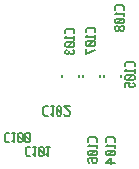
<source format=gbr>
G04 start of page 9 for group -4078 idx -4078 *
G04 Title: encoder, bottomsilk *
G04 Creator: pcb 20140316 *
G04 CreationDate: Mon 25 Sep 2017 03:55:45 AM GMT UTC *
G04 For: brian *
G04 Format: Gerber/RS-274X *
G04 PCB-Dimensions (mil): 1250.00 1300.00 *
G04 PCB-Coordinate-Origin: lower left *
%MOIN*%
%FSLAX25Y25*%
%LNBOTTOMSILK*%
%ADD56C,0.0080*%
G54D56*X77255Y64393D02*Y63607D01*
X71745Y64393D02*Y63607D01*
X70255Y64393D02*Y63607D01*
X64745Y64393D02*Y63607D01*
X63255Y64393D02*Y63607D01*
X57745Y64393D02*Y63607D01*
X78300Y85945D02*Y86933D01*
X77768Y87465D02*X78300Y86933D01*
X75792Y87465D02*X77768D01*
X75792D02*X75260Y86933D01*
Y85945D02*Y86933D01*
X75868Y85033D02*X75260Y84425D01*
X78300D01*
Y83893D02*Y85033D01*
X77920Y82981D02*X78300Y82601D01*
X75640Y82981D02*X77920D01*
X75640D02*X75260Y82601D01*
Y81841D02*Y82601D01*
Y81841D02*X75640Y81461D01*
X77920D01*
X78300Y81841D02*X77920Y81461D01*
X78300Y81841D02*Y82601D01*
X77540Y82981D02*X76020Y81461D01*
X77920Y80549D02*X78300Y80169D01*
X77312Y80549D02*X77920D01*
X77312D02*X76780Y80017D01*
Y79561D02*Y80017D01*
Y79561D02*X77312Y79029D01*
X77920D01*
X78300Y79409D02*X77920Y79029D01*
X78300Y79409D02*Y80169D01*
X76248Y80549D02*X76780Y80017D01*
X75640Y80549D02*X76248D01*
X75640D02*X75260Y80169D01*
Y79409D02*Y80169D01*
Y79409D02*X75640Y79029D01*
X76248D01*
X76780Y79561D02*X76248Y79029D01*
X75300Y41945D02*Y42933D01*
X74768Y43465D02*X75300Y42933D01*
X72792Y43465D02*X74768D01*
X72792D02*X72260Y42933D01*
Y41945D02*Y42933D01*
X72868Y41033D02*X72260Y40425D01*
X75300D01*
Y39893D02*Y41033D01*
X74920Y38981D02*X75300Y38601D01*
X72640Y38981D02*X74920D01*
X72640D02*X72260Y38601D01*
Y37841D02*Y38601D01*
Y37841D02*X72640Y37461D01*
X74920D01*
X75300Y37841D02*X74920Y37461D01*
X75300Y37841D02*Y38601D01*
X74540Y38981D02*X73020Y37461D01*
X74160Y36549D02*X72260Y35029D01*
X74160Y34649D02*Y36549D01*
X72260Y35029D02*X75300D01*
X69335Y41980D02*Y42968D01*
X68803Y43500D02*X69335Y42968D01*
X66827Y43500D02*X68803D01*
X66827D02*X66295Y42968D01*
Y41980D02*Y42968D01*
X66903Y41068D02*X66295Y40460D01*
X69335D01*
Y39928D02*Y41068D01*
X68955Y39016D02*X69335Y38636D01*
X66675Y39016D02*X68955D01*
X66675D02*X66295Y38636D01*
Y37876D02*Y38636D01*
Y37876D02*X66675Y37496D01*
X68955D01*
X69335Y37876D02*X68955Y37496D01*
X69335Y37876D02*Y38636D01*
X68575Y39016D02*X67055Y37496D01*
X66295Y35444D02*X66675Y35064D01*
X66295Y35444D02*Y36204D01*
X66675Y36584D02*X66295Y36204D01*
X66675Y36584D02*X68955D01*
X69335Y36204D01*
X67663Y35444D02*X68043Y35064D01*
X67663Y35444D02*Y36584D01*
X69335Y35444D02*Y36204D01*
Y35444D02*X68955Y35064D01*
X68043D02*X68955D01*
X68800Y78445D02*Y79433D01*
X68268Y79965D02*X68800Y79433D01*
X66292Y79965D02*X68268D01*
X66292D02*X65760Y79433D01*
Y78445D02*Y79433D01*
X66368Y77533D02*X65760Y76925D01*
X68800D01*
Y76393D02*Y77533D01*
X68420Y75481D02*X68800Y75101D01*
X66140Y75481D02*X68420D01*
X66140D02*X65760Y75101D01*
Y74341D02*Y75101D01*
Y74341D02*X66140Y73961D01*
X68420D01*
X68800Y74341D02*X68420Y73961D01*
X68800Y74341D02*Y75101D01*
X68040Y75481D02*X66520Y73961D01*
X68800Y72669D02*X65760Y71149D01*
Y73049D01*
X61859Y78095D02*Y79083D01*
X61327Y79615D02*X61859Y79083D01*
X59351Y79615D02*X61327D01*
X59351D02*X58819Y79083D01*
Y78095D02*Y79083D01*
X59427Y77183D02*X58819Y76575D01*
X61859D01*
Y76043D02*Y77183D01*
X61479Y75131D02*X61859Y74751D01*
X59199Y75131D02*X61479D01*
X59199D02*X58819Y74751D01*
Y73991D02*Y74751D01*
Y73991D02*X59199Y73611D01*
X61479D01*
X61859Y73991D02*X61479Y73611D01*
X61859Y73991D02*Y74751D01*
X61099Y75131D02*X59579Y73611D01*
X59199Y72699D02*X58819Y72319D01*
Y71559D02*Y72319D01*
Y71559D02*X59199Y71179D01*
X61859Y71559D02*X61479Y71179D01*
X61859Y71559D02*Y72319D01*
X61479Y72699D02*X61859Y72319D01*
X60187Y71559D02*Y72319D01*
X59199Y71179D02*X59807D01*
X60567D02*X61479D01*
X60567D02*X60187Y71559D01*
X59807Y71179D02*X60187Y71559D01*
X81891Y67095D02*Y68083D01*
X81359Y68615D02*X81891Y68083D01*
X79383Y68615D02*X81359D01*
X79383D02*X78851Y68083D01*
Y67095D02*Y68083D01*
X79459Y66183D02*X78851Y65575D01*
X81891D01*
Y65043D02*Y66183D01*
X81511Y64131D02*X81891Y63751D01*
X79231Y64131D02*X81511D01*
X79231D02*X78851Y63751D01*
Y62991D02*Y63751D01*
Y62991D02*X79231Y62611D01*
X81511D01*
X81891Y62991D02*X81511Y62611D01*
X81891Y62991D02*Y63751D01*
X81131Y64131D02*X79611Y62611D01*
X78851Y60179D02*Y61699D01*
X80371D01*
X79991Y61319D01*
Y60559D02*Y61319D01*
Y60559D02*X80371Y60179D01*
X81511D01*
X81891Y60559D02*X81511Y60179D01*
X81891Y60559D02*Y61319D01*
X81511Y61699D02*X81891Y61319D01*
X39067Y44800D02*X40055D01*
X38535Y44268D02*X39067Y44800D01*
X38535Y42292D02*Y44268D01*
Y42292D02*X39067Y41760D01*
X40055D01*
X40967Y42368D02*X41575Y41760D01*
Y44800D01*
X40967D02*X42107D01*
X43019Y44420D02*X43399Y44800D01*
X43019Y42140D02*Y44420D01*
Y42140D02*X43399Y41760D01*
X44159D01*
X44539Y42140D01*
Y44420D01*
X44159Y44800D02*X44539Y44420D01*
X43399Y44800D02*X44159D01*
X43019Y44040D02*X44539Y42520D01*
X45451Y44420D02*X45831Y44800D01*
X45451Y42140D02*Y44420D01*
Y42140D02*X45831Y41760D01*
X46591D01*
X46971Y42140D01*
Y44420D01*
X46591Y44800D02*X46971Y44420D01*
X45831Y44800D02*X46591D01*
X45451Y44040D02*X46971Y42520D01*
X46067Y40300D02*X47055D01*
X45535Y39768D02*X46067Y40300D01*
X45535Y37792D02*Y39768D01*
Y37792D02*X46067Y37260D01*
X47055D01*
X47967Y37868D02*X48575Y37260D01*
Y40300D01*
X47967D02*X49107D01*
X50019Y39920D02*X50399Y40300D01*
X50019Y37640D02*Y39920D01*
Y37640D02*X50399Y37260D01*
X51159D01*
X51539Y37640D01*
Y39920D01*
X51159Y40300D02*X51539Y39920D01*
X50399Y40300D02*X51159D01*
X50019Y39540D02*X51539Y38020D01*
X52451Y37868D02*X53059Y37260D01*
Y40300D01*
X52451D02*X53591D01*
X52032Y53765D02*X53020D01*
X51500Y53233D02*X52032Y53765D01*
X51500Y51257D02*Y53233D01*
Y51257D02*X52032Y50725D01*
X53020D01*
X53932Y51333D02*X54540Y50725D01*
Y53765D01*
X53932D02*X55072D01*
X55984Y53385D02*X56364Y53765D01*
X55984Y51105D02*Y53385D01*
Y51105D02*X56364Y50725D01*
X57124D01*
X57504Y51105D01*
Y53385D01*
X57124Y53765D02*X57504Y53385D01*
X56364Y53765D02*X57124D01*
X55984Y53005D02*X57504Y51485D01*
X58416Y51105D02*X58796Y50725D01*
X59936D01*
X60316Y51105D01*
Y51865D01*
X58416Y53765D02*X60316Y51865D01*
X58416Y53765D02*X60316D01*
M02*

</source>
